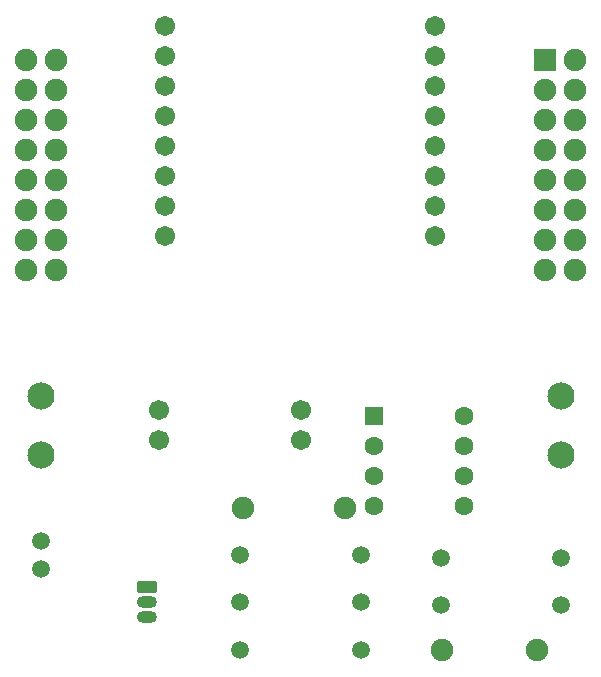
<source format=gts>
G04 Layer: TopSolderMaskLayer*
G04 EasyEDA v6.5.23, 2023-06-23 23:10:11*
G04 1e2d741d03b145c09d046448db4ed045,57889503967a4714bf52c07adae62c9a,10*
G04 Gerber Generator version 0.2*
G04 Scale: 100 percent, Rotated: No, Reflected: No *
G04 Dimensions in millimeters *
G04 leading zeros omitted , absolute positions ,4 integer and 5 decimal *
%FSLAX45Y45*%
%MOMM*%

%AMMACRO1*1,1,$1,$2,$3*1,1,$1,$4,$5*1,1,$1,0-$2,0-$3*1,1,$1,0-$4,0-$5*20,1,$1,$2,$3,$4,$5,0*20,1,$1,$4,$5,0-$2,0-$3,0*20,1,$1,0-$2,0-$3,0-$4,0-$5,0*20,1,$1,0-$4,0-$5,$2,$3,0*4,1,4,$2,$3,$4,$5,0-$2,0-$3,0-$4,0-$5,$2,$3,0*%
%ADD10C,1.7112*%
%ADD11C,1.5016*%
%ADD12O,1.7015968X1.0015981999999999*%
%ADD13MACRO1,0.1016X0.8X0.45X0.8X-0.45*%
%ADD14C,1.5016*%
%ADD15C,2.3016*%
%ADD16MACRO1,0.1016X0.75X0.75X0.75X-0.75*%
%ADD17C,1.6016*%
%ADD18MACRO1,0.1016X0.9X0.9X0.9X-0.9*%
%ADD19C,1.9016*%
%ADD20C,1.7016*%

%LPD*%
D10*
G01*
X4536897Y5803900D03*
G01*
X2250897Y5803900D03*
G01*
X4536897Y7581900D03*
G01*
X4536897Y7327900D03*
G01*
X4536897Y7073900D03*
G01*
X4536897Y6819900D03*
G01*
X4536897Y6565900D03*
G01*
X4536897Y6311900D03*
G01*
X4536897Y6057900D03*
G01*
X2250897Y7581900D03*
G01*
X2250897Y7327900D03*
G01*
X2250897Y7073900D03*
G01*
X2250897Y6819900D03*
G01*
X2250897Y6565900D03*
G01*
X2250897Y6311900D03*
G01*
X2250897Y6057900D03*
D11*
G01*
X1199997Y3220135D03*
G01*
X1199997Y2979851D03*
D12*
G01*
X2099995Y2572994D03*
G01*
X2099995Y2699994D03*
D13*
G01*
X2099995Y2826993D03*
D14*
G01*
X2889986Y2699994D03*
G01*
X3909999Y2699994D03*
G01*
X2889986Y2299995D03*
G01*
X3909999Y2299995D03*
G01*
X2889986Y3099993D03*
G01*
X3909999Y3099993D03*
G01*
X4589983Y3077794D03*
G01*
X5609996Y3077794D03*
G01*
X5609996Y2677795D03*
G01*
X4589983Y2677795D03*
D15*
G01*
X5604093Y4449991D03*
G01*
X5604093Y3949992D03*
G01*
X1199997Y3949992D03*
G01*
X1199997Y4449991D03*
D16*
G01*
X4018991Y4280992D03*
D17*
G01*
X4018991Y4026992D03*
G01*
X4018991Y3772992D03*
G01*
X4018991Y3518992D03*
G01*
X4780991Y4280992D03*
G01*
X4780991Y4026992D03*
G01*
X4780991Y3772992D03*
G01*
X4780991Y3518992D03*
D18*
G01*
X5472937Y7289292D03*
D19*
G01*
X5726938Y7289292D03*
G01*
X5472938Y7035292D03*
G01*
X5726938Y7035292D03*
G01*
X5472938Y6781292D03*
G01*
X5726938Y6781292D03*
G01*
X5472938Y6527292D03*
G01*
X5726938Y6527292D03*
G01*
X5472938Y6273292D03*
G01*
X5726938Y6273292D03*
G01*
X5472938Y6019292D03*
G01*
X5726938Y6019292D03*
G01*
X5472938Y5765292D03*
G01*
X5726938Y5765292D03*
G01*
X5472938Y5511292D03*
G01*
X5726938Y5511292D03*
G01*
X1326895Y5511037D03*
G01*
X1072895Y5511037D03*
G01*
X1326895Y5765037D03*
G01*
X1072895Y5765037D03*
G01*
X1326895Y6019037D03*
G01*
X1072895Y6019037D03*
G01*
X1326895Y6273037D03*
G01*
X1072895Y6273037D03*
G01*
X1326895Y6527037D03*
G01*
X1072895Y6527037D03*
G01*
X1326895Y6781037D03*
G01*
X1072895Y6781037D03*
G01*
X1326895Y7035037D03*
G01*
X1072895Y7035037D03*
G01*
X1326895Y7289037D03*
G01*
X1072895Y7289037D03*
D20*
G01*
X2204100Y4072991D03*
G01*
X2204100Y4326991D03*
G01*
X3404097Y4072991D03*
G01*
X3404097Y4326991D03*
D19*
G01*
X5399989Y2299995D03*
G01*
X4599990Y2299995D03*
G01*
X2909976Y3499993D03*
G01*
X3779977Y3499993D03*
M02*

</source>
